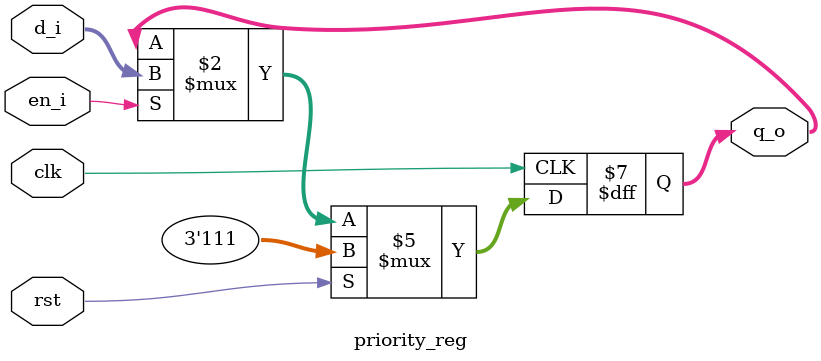
<source format=sv>
module priority_reg(
 input logic clk,
 input logic rst,
 input logic [2:0]d_i,      //εισάγει τους regs που δεν έχουν προτεραιότητα 
 input logic en_i,          //οταν ειναι εν=1 αποθηκέυει 
 output logic [2:0]q_o
);

always_ff @(posedge clk)   //kanw thn eksodou q_o gt einai aplo nomizw 
begin 
   if (rst) 
      q_o=3'b111;
   else if (en_i)          //prepei na proseksw oti xreiazetai kai to sima en
      q_o<=d_i;
end

endmodule 
</source>
